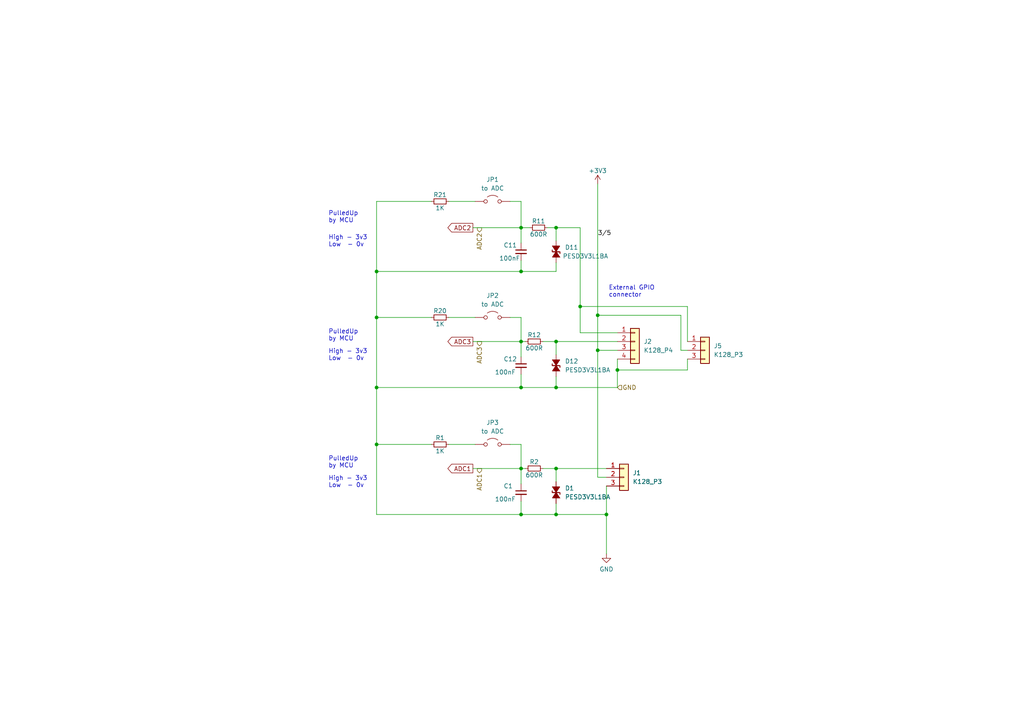
<source format=kicad_sch>
(kicad_sch (version 20231120) (generator "eeschema") (generator_version "8.0")
  (paper "A4")
  (title_block (date "2023-10-01") (rev "12"))
  (lib_symbols
    (symbol "C_Small_1" (pin_numbers hide) (pin_names (offset 0.254) hide)
      (property "Reference" "C11" (at -5.08 1.905 0))
      (property "Value" "100nF" (at -6.35 -1.905 0))
      (symbol "C_Small_1_0_1"
        (polyline (pts (xy -1.524 -0.508) (xy 1.524 -0.508)) (stroke (width 0.3302)))
        (polyline (pts (xy -1.524 0.508) (xy 1.524 0.508)) (stroke (width 0.3048)))
      )
      (symbol "C_Small_1_1_1"
        (pin passive line (at 0 2.54 270) (length 2.032) (name "~") (number "1"))
        (pin passive line (at 0 -2.54 90) (length 2.032) (name "~") (number "2"))
      )
    )
    (symbol "Connector_Generic:Conn_01x03" (pin_names (offset 1.016) hide)
      (property "Reference" "J" (at 0 5.08 0))
      (property "Value" "Conn_01x03" (at 0 -5.08 0))
      (symbol "Conn_01x03_1_1"
        (rectangle (start -1.27 -2.413) (end 0 -2.667) (stroke (width 0.1524)))
        (rectangle (start -1.27 0.127) (end 0 -0.127) (stroke (width 0.1524)))
        (rectangle (start -1.27 2.667) (end 0 2.413) (stroke (width 0.1524)))
        (rectangle (start -1.27 3.81) (end 1.27 -3.81) (stroke (width 0.254)) (fill (type background)))
        (pin passive line (at -5.08 2.54 0) (length 3.81) (name "Pin_1") (number "1"))
        (pin passive line (at -5.08 0 0) (length 3.81) (name "Pin_2") (number "2"))
        (pin passive line (at -5.08 -2.54 0) (length 3.81) (name "Pin_3") (number "3"))
      )
    )
    (symbol "Connector_Generic:Conn_01x04" (pin_names (offset 1.016) hide)
      (property "Reference" "J" (at 0 5.08 0))
      (property "Value" "Conn_01x04" (at 0 -7.62 0))
      (symbol "Conn_01x04_1_1"
        (rectangle (start -1.27 -4.953) (end 0 -5.207) (stroke (width 0.1524)))
        (rectangle (start -1.27 -2.413) (end 0 -2.667) (stroke (width 0.1524)))
        (rectangle (start -1.27 0.127) (end 0 -0.127) (stroke (width 0.1524)))
        (rectangle (start -1.27 2.667) (end 0 2.413) (stroke (width 0.1524)))
        (rectangle (start -1.27 3.81) (end 1.27 -6.35) (stroke (width 0.254)) (fill (type background)))
        (pin passive line (at -5.08 2.54 0) (length 3.81) (name "Pin_1") (number "1"))
        (pin passive line (at -5.08 0 0) (length 3.81) (name "Pin_2") (number "2"))
        (pin passive line (at -5.08 -2.54 0) (length 3.81) (name "Pin_3") (number "3"))
        (pin passive line (at -5.08 -5.08 0) (length 3.81) (name "Pin_4") (number "4"))
      )
    )
    (symbol "Device:C_Small" (pin_numbers hide) (pin_names (offset 0.254) hide)
      (property "Reference" "C" (at 0.254 1.778 0))
      (property "Value" "C_Small" (at 0.254 -2.032 0))
      (symbol "C_Small_0_1"
        (polyline (pts (xy -1.524 -0.508) (xy 1.524 -0.508)) (stroke (width 0.3302)))
        (polyline (pts (xy -1.524 0.508) (xy 1.524 0.508)) (stroke (width 0.3048)))
      )
      (symbol "C_Small_1_1"
        (pin passive line (at 0 2.54 270) (length 2.032) (name "~") (number "1"))
        (pin passive line (at 0 -2.54 90) (length 2.032) (name "~") (number "2"))
      )
    )
    (symbol "Device:R_Small" (pin_numbers hide) (pin_names (offset 0.254) hide)
      (property "Reference" "R" (at 0.762 0.508 0))
      (property "Value" "R_Small" (at 0.762 -1.016 0))
      (symbol "R_Small_0_1"
        (rectangle (start -0.762 1.778) (end 0.762 -1.778) (stroke (width 0.2032)))
      )
      (symbol "R_Small_1_1"
        (pin passive line (at 0 2.54 270) (length 0.762) (name "~") (number "1"))
        (pin passive line (at 0 -2.54 90) (length 0.762) (name "~") (number "2"))
      )
    )
    (symbol "Jumper:Jumper_2_Open" (pin_numbers hide) (pin_names (offset 0) hide) (exclude_from_sim yes)
      (property "Reference" "JP" (at 0 2.794 0))
      (property "Value" "Jumper_2_Open" (at 0 -2.286 0))
      (symbol "Jumper_2_Open_0_0"
        (circle (center -2.032 0) (radius 0.508))
        (circle (center 2.032 0) (radius 0.508))
      )
      (symbol "Jumper_2_Open_0_1"
        (arc (start 1.524 1.27) (mid 0 1.778) (end -1.524 1.27))
      )
      (symbol "Jumper_2_Open_1_1"
        (pin passive line (at -5.08 0 0) (length 2.54) (name "A") (number "1"))
        (pin passive line (at 5.08 0 180) (length 2.54) (name "B") (number "2"))
      )
    )
    (symbol "Power_Protection_Local:PESD3V3L1BA" (pin_numbers hide) (pin_names (offset 0.254) hide)
      (property "Reference" "D" (at -0.7112 2.6416 0))
      (property "Value" "PESD3V3L1BA" (at -0.635 -2.286 0))
      (symbol "PESD3V3L1BA_0_1"
        (polyline (pts (xy -0.506 -1.1163) (xy 0.002 -1.1163) (xy 0.002 0.9157)) (stroke (width 0.254)))
        (polyline (pts (xy 0.508 1.1176) (xy 0 1.1176) (xy 0 -0.9144)) (stroke (width 0.254)))
        (polyline (pts (xy -1.651 -1.016) (xy -0.127 0) (xy -1.651 1.016) (xy -1.651 -1.016)) (stroke (width 0.254)) (fill (type outline)))
        (polyline (pts (xy 1.524 1.016) (xy 0 0) (xy 1.524 -1.016) (xy 1.524 1.016)) (stroke (width 0.254)) (fill (type outline)))
      )
      (symbol "PESD3V3L1BA_1_1"
        (pin passive line (at -3.175 0 0) (length 1.778) (name "K") (number "1"))
        (pin passive line (at 3.175 0 180) (length 1.778) (name "A") (number "2"))
      )
    )
    (symbol "power:+5V" (power) (pin_names (offset 0))
      (property "Value" "+5V" (at 0 3.556 0))
      (symbol "+5V_0_1"
        (polyline (pts (xy -0.762 1.27) (xy 0 2.54)))
        (polyline (pts (xy 0 0) (xy 0 2.54)))
        (polyline (pts (xy 0 2.54) (xy 0.762 1.27)))
      )
      (symbol "+5V_1_1"
        (pin power_in line (at 0 0 90) (length 0) hide (name "+5V") (number "1"))
      )
    )
    (symbol "power:GND" (power) (pin_names (offset 0))
      (property "Value" "GND" (at 0 -3.81 0))
      (symbol "GND_0_1"
        (polyline (pts (xy 0 0) (xy 0 -1.27) (xy 1.27 -1.27) (xy 0 -2.54) (xy -1.27 -1.27) (xy 0 -1.27)))
      )
      (symbol "GND_1_1"
        (pin power_in line (at 0 0 270) (length 0) hide (name "GND") (number "1"))
      )
    )
  )
  (junction (at 151.13 149.225))
  (junction (at 151.13 66.04))
  (junction (at 151.13 99.06))
  (junction (at 151.13 78.74))
  (junction (at 168.275 88.9))
  (junction (at 173.355 101.6))
  (junction (at 161.29 66.04))
  (junction (at 161.29 135.89))
  (junction (at 161.29 112.395))
  (junction (at 109.22 112.395))
  (junction (at 179.07 107.315))
  (junction (at 109.22 92.075))
  (junction (at 109.22 128.905))
  (junction (at 151.13 112.395))
  (junction (at 109.22 78.74))
  (junction (at 151.13 135.89))
  (junction (at 161.29 149.225))
  (junction (at 175.895 149.225))
  (junction (at 161.29 99.06))
  (junction (at 173.355 91.44))
  (wire (pts (xy 161.29 135.89) (xy 175.895 135.89)))
  (wire (pts (xy 173.355 91.44) (xy 197.485 91.44)))
  (wire (pts (xy 137.16 66.04) (xy 151.13 66.04)))
  (wire (pts (xy 151.13 149.225) (xy 161.29 149.225)))
  (wire (pts (xy 109.22 128.905) (xy 109.22 149.225)))
  (wire (pts (xy 130.175 58.42) (xy 137.795 58.42)))
  (wire (pts (xy 151.13 108.585) (xy 151.13 112.395)))
  (wire (pts (xy 161.29 149.225) (xy 161.29 146.05)))
  (wire (pts (xy 151.13 135.89) (xy 151.13 128.905)))
  (wire (pts (xy 151.13 66.04) (xy 151.13 58.42)))
  (wire (pts (xy 137.16 99.06) (xy 151.13 99.06)))
  (wire (pts (xy 109.22 92.075) (xy 125.095 92.075)))
  (wire (pts (xy 151.13 99.06) (xy 151.13 92.075)))
  (wire (pts (xy 109.22 58.42) (xy 109.22 78.74)))
  (wire (pts (xy 109.22 78.74) (xy 109.22 92.075)))
  (wire (pts (xy 161.29 66.04) (xy 168.275 66.04)))
  (wire (pts (xy 130.175 92.075) (xy 137.795 92.075)))
  (wire (pts (xy 179.07 107.315) (xy 199.39 107.315)))
  (wire (pts (xy 151.13 75.565) (xy 151.13 78.74)))
  (wire (pts (xy 109.22 128.905) (xy 125.095 128.905)))
  (wire (pts (xy 197.485 91.44) (xy 197.485 101.6)))
  (wire (pts (xy 173.355 91.44) (xy 173.355 101.6)))
  (wire (pts (xy 199.39 88.9) (xy 199.39 99.06)))
  (wire (pts (xy 157.48 135.89) (xy 161.29 135.89)))
  (wire (pts (xy 137.16 135.89) (xy 151.13 135.89)))
  (wire (pts (xy 151.13 128.905) (xy 147.955 128.905)))
  (wire (pts (xy 151.13 66.04) (xy 151.13 70.485)))
  (wire (pts (xy 151.13 99.06) (xy 151.13 103.505)))
  (wire (pts (xy 173.355 101.6) (xy 179.07 101.6)))
  (wire (pts (xy 130.175 128.905) (xy 137.795 128.905)))
  (wire (pts (xy 161.29 112.395) (xy 161.29 109.22)))
  (wire (pts (xy 151.13 92.075) (xy 147.955 92.075)))
  (wire (pts (xy 109.22 92.075) (xy 109.22 112.395)))
  (wire (pts (xy 168.275 88.9) (xy 168.275 96.52)))
  (wire (pts (xy 109.22 58.42) (xy 125.095 58.42)))
  (wire (pts (xy 109.22 112.395) (xy 151.13 112.395)))
  (wire (pts (xy 161.29 66.04) (xy 161.29 69.85)))
  (wire (pts (xy 109.22 149.225) (xy 151.13 149.225)))
  (wire (pts (xy 109.22 112.395) (xy 109.22 128.905)))
  (wire (pts (xy 161.29 99.06) (xy 161.29 102.87)))
  (wire (pts (xy 179.07 107.315) (xy 179.07 112.395)))
  (wire (pts (xy 151.13 99.06) (xy 152.4 99.06)))
  (wire (pts (xy 168.275 96.52) (xy 179.07 96.52)))
  (wire (pts (xy 161.29 78.74) (xy 161.29 76.2)))
  (wire (pts (xy 175.895 138.43) (xy 173.355 138.43)))
  (wire (pts (xy 161.29 135.89) (xy 161.29 139.7)))
  (wire (pts (xy 161.29 112.395) (xy 179.07 112.395)))
  (wire (pts (xy 151.13 112.395) (xy 161.29 112.395)))
  (wire (pts (xy 151.13 78.74) (xy 161.29 78.74)))
  (wire (pts (xy 109.22 78.74) (xy 151.13 78.74)))
  (wire (pts (xy 173.355 101.6) (xy 173.355 138.43)))
  (wire (pts (xy 199.39 107.315) (xy 199.39 104.14)))
  (wire (pts (xy 179.07 107.315) (xy 179.07 104.14)))
  (wire (pts (xy 151.13 66.04) (xy 153.67 66.04)))
  (wire (pts (xy 151.13 145.415) (xy 151.13 149.225)))
  (wire (pts (xy 151.13 135.89) (xy 151.13 140.335)))
  (wire (pts (xy 161.29 99.06) (xy 179.07 99.06)))
  (wire (pts (xy 158.75 66.04) (xy 161.29 66.04)))
  (wire (pts (xy 168.275 88.9) (xy 199.39 88.9)))
  (wire (pts (xy 151.13 58.42) (xy 147.955 58.42)))
  (wire (pts (xy 197.485 101.6) (xy 199.39 101.6)))
  (wire (pts (xy 151.13 135.89) (xy 152.4 135.89)))
  (wire (pts (xy 161.29 149.225) (xy 175.895 149.225)))
  (wire (pts (xy 175.895 149.225) (xy 175.895 160.655)))
  (wire (pts (xy 157.48 99.06) (xy 161.29 99.06)))
  (wire (pts (xy 168.275 66.04) (xy 168.275 88.9)))
  (wire (pts (xy 173.355 53.34) (xy 173.355 91.44)))
  (wire (pts (xy 175.895 140.97) (xy 175.895 149.225)))
  (text "External GPIO\nconnector" (at 176.53 86.36 0) (effects (font (size 1.27 1.27)) (justify left bottom)))
  (text "PulledUp\nby MCU" (at 95.25 135.89 0) (effects (font (size 1.27 1.27)) (justify left bottom)))
  (text "High - 3v3\nLow  - 0v" (at 95.25 104.775 0) (effects (font (size 1.27 1.27)) (justify left bottom)))
  (text "High - 3v3\nLow  - 0v" (at 95.25 71.755 0) (effects (font (size 1.27 1.27)) (justify left bottom)))
  (text "PulledUp\nby MCU" (at 95.25 99.06 0) (effects (font (size 1.27 1.27)) (justify left bottom)))
  (text "High - 3v3\nLow  - 0v" (at 95.25 141.605 0) (effects (font (size 1.27 1.27)) (justify left bottom)))
  (text "PulledUp\nby MCU" (at 95.25 64.77 0) (effects (font (size 1.27 1.27)) (justify left bottom)))
  (label "3{slash}5" (at 173.355 68.58 0))
  (global_label "ADC1" (shape output) (at 137.16 135.89 180) (property "Intersheetrefs" "${INTERSHEET_REFS}" (effects (hide yes))))
  (global_label "ADC3" (shape output) (at 137.16 99.06 180) (property "Intersheetrefs" "${INTERSHEET_REFS}" (effects (hide yes))))
  (global_label "ADC2" (shape output) (at 137.16 66.04 180) (property "Intersheetrefs" "${INTERSHEET_REFS}" (effects (hide yes))))
  (hierarchical_label "ADC1" (shape output) (at 139.065 135.89 270))
  (hierarchical_label "GND" (shape input) (at 179.07 112.395 0))
  (hierarchical_label "ADC3" (shape output) (at 139.065 99.06 270))
  (hierarchical_label "ADC2" (shape output) (at 139.065 66.04 270))
  (symbol (lib_id "Device:C_Small") (at 151.13 142.875 0) (unit 1)
    (property "Reference" "C1" (at 146.05 140.97 0) (effects (justify left)))
    (property "Value" "100nF" (at 143.51 144.78 0) (effects (justify left)))
    (property "Footprint" "Capacitor_SMD:C_0805_2012Metric" (effects (hide yes)))
    (property "comments" "6v" (effects (hide yes)))
  )
  (symbol (lib_id "Power_Protection_Local:PESD3V3L1BA") (at 161.29 142.875 270) (unit 1)
    (property "Reference" "D1" (at 163.83 141.605 90) (effects (justify left)))
    (property "Value" "PESD3V3L1BA" (at 163.83 144.145 90) (effects (justify left)))
    (property "Footprint" "Diode_SMD:D_SOD-323_HandSoldering" (effects (hide yes)))
    (property "Datasheet" "https://static.chipdip.ru/lib/297/DOC021297007.pdf" (effects (hide yes)))
  )
  (symbol (lib_id "Jumper:Jumper_2_Open") (at 142.875 128.905 0) (unit 1) (exclude_from_sim yes)
    (property "Reference" "JP3" (at 142.875 122.555 0))
    (property "Value" "to ADC" (at 142.875 125.095 0))
    (property "Footprint" "Jumper:SolderJumper-2_P1.3mm_Open_TrianglePad1.0x1.5mm" (effects (hide yes)))
    (property "Description" "Jumper, 2-pole, open" (effects (hide yes)))
  )
  (symbol (lib_id "Power_Protection_Local:PESD3V3L1BA") (at 161.29 106.045 270) (unit 1)
    (property "Reference" "D12" (at 163.83 104.775 90) (effects (justify left)))
    (property "Value" "PESD3V3L1BA" (at 163.83 107.315 90) (effects (justify left)))
    (property "Footprint" "Diode_SMD:D_SOD-323_HandSoldering" (effects (hide yes)))
    (property "Datasheet" "https://static.chipdip.ru/lib/297/DOC021297007.pdf" (effects (hide yes)))
  )
  (symbol (lib_name "C_Small_1") (lib_id "Device:C_Small") (at 151.13 73.025 0) (unit 1)
    (property "Reference" "C11" (at 146.05 71.12 0) (effects (justify left)))
    (property "Value" "100nF" (at 144.78 74.93 0) (effects (justify left)))
    (property "Footprint" "Capacitor_SMD:C_0805_2012Metric" (effects (hide yes)))
    (property "comments" "6v" (effects (hide yes)))
  )
  (symbol (lib_id "Device:C_Small") (at 151.13 106.045 0) (unit 1)
    (property "Reference" "C12" (at 146.05 104.14 0) (effects (justify left)))
    (property "Value" "100nF" (at 143.51 107.95 0) (effects (justify left)))
    (property "Footprint" "Capacitor_SMD:C_0805_2012Metric" (effects (hide yes)))
    (property "comments" "6v" (effects (hide yes)))
  )
  (symbol (lib_id "Connector_Generic:Conn_01x03") (at 204.47 101.6 0) (unit 1)
    (property "Reference" "J5" (at 207.01 100.3299 0) (effects (justify left)))
    (property "Value" "K128_P3" (at 207.01 102.8699 0) (effects (justify left)))
    (property "Footprint" "Connector_PinHeader_2.54mm:PinHeader_1x03_P2.54mm_Vertical" (effects (hide yes)))
    (property "Description" "Generic connector, single row, 01x03, script generated (kicad-library-utils/schlib/autogen/connector/)" (effects (hide yes)))
    (property "comments" "KF128; Srew connector" (effects (hide yes)))
  )
  (symbol (lib_id "Device:R_Small") (at 154.94 135.89 270) (unit 1)
    (property "Reference" "R2" (at 154.94 133.985 90))
    (property "Value" "600R" (at 154.94 137.795 90))
    (property "Footprint" "Resistor_SMD:R_0603_1608Metric_Pad0.98x0.95mm_HandSolder" (effects (hide yes)))
  )
  (symbol (lib_id "Device:R_Small") (at 127.635 92.075 270) (mirror x) (unit 1)
    (property "Reference" "R20" (at 127.635 90.17 90))
    (property "Value" "1K" (at 127.635 93.98 90))
    (property "Footprint" "Resistor_SMD:R_0603_1608Metric_Pad0.98x0.95mm_HandSolder" (effects (hide yes)))
  )
  (symbol (lib_id "Jumper:Jumper_2_Open") (at 142.875 58.42 0) (unit 1) (exclude_from_sim yes)
    (property "Reference" "JP1" (at 142.875 52.07 0))
    (property "Value" "to ADC" (at 142.875 54.61 0))
    (property "Footprint" "Jumper:SolderJumper-2_P1.3mm_Open_TrianglePad1.0x1.5mm" (effects (hide yes)))
    (property "Description" "Jumper, 2-pole, open" (effects (hide yes)))
  )
  (symbol (lib_id "Jumper:Jumper_2_Open") (at 142.875 92.075 0) (unit 1) (exclude_from_sim yes)
    (property "Reference" "JP2" (at 142.875 85.725 0))
    (property "Value" "to ADC" (at 142.875 88.265 0))
    (property "Footprint" "Jumper:SolderJumper-2_P1.3mm_Open_TrianglePad1.0x1.5mm" (effects (hide yes)))
    (property "Description" "Jumper, 2-pole, open" (effects (hide yes)))
  )
  (symbol (lib_id "Device:R_Small") (at 154.94 99.06 270) (unit 1)
    (property "Reference" "R12" (at 154.94 97.155 90))
    (property "Value" "600R" (at 154.94 100.965 90))
    (property "Footprint" "Resistor_SMD:R_0603_1608Metric_Pad0.98x0.95mm_HandSolder" (effects (hide yes)))
  )
  (symbol (lib_id "Connector_Generic:Conn_01x04") (at 184.15 99.06 0) (unit 1)
    (property "Reference" "J2" (at 186.69 99.0599 0) (effects (justify left)))
    (property "Value" "K128_P4" (at 186.69 101.5999 0) (effects (justify left)))
    (property "Footprint" "Connector_Phoenix_MPT:Phoenix Contact_MPT-0,5_4_2,54_P4" (effects (hide yes)))
    (property "Description" "Generic connector, single row, 01x04, script generated (kicad-library-utils/schlib/autogen/connector/)" (effects (hide yes)))
    (property "comments" "KF128; Srew connector" (effects (hide yes)))
  )
  (symbol (lib_id "Device:R_Small") (at 127.635 128.905 270) (mirror x) (unit 1)
    (property "Reference" "R1" (at 127.635 127 90))
    (property "Value" "1K" (at 127.635 130.81 90))
    (property "Footprint" "Resistor_SMD:R_0603_1608Metric_Pad0.98x0.95mm_HandSolder" (effects (hide yes)))
  )
  (symbol (lib_id "Device:R_Small") (at 127.635 58.42 90) (mirror x) (unit 1)
    (property "Reference" "R21" (at 127.635 56.515 90))
    (property "Value" "1K" (at 127.635 60.325 90))
    (property "Footprint" "Resistor_SMD:R_0603_1608Metric_Pad0.98x0.95mm_HandSolder" (effects (hide yes)))
  )
  (symbol (lib_id "Connector_Generic:Conn_01x03") (at 180.975 138.43 0) (unit 1)
    (property "Reference" "J1" (at 183.515 137.1599 0) (effects (justify left)))
    (property "Value" "K128_P3" (at 183.515 139.6999 0) (effects (justify left)))
    (property "Footprint" "Connector_PinHeader_2.54mm:PinHeader_1x03_P2.54mm_Vertical" (effects (hide yes)))
    (property "Description" "Generic connector, single row, 01x03, script generated (kicad-library-utils/schlib/autogen/connector/)" (effects (hide yes)))
    (property "comments" "KF128; Srew connector" (effects (hide yes)))
  )
  (symbol (lib_id "Power_Protection_Local:PESD3V3L1BA") (at 161.29 73.025 270) (unit 1)
    (property "Reference" "D11" (at 163.83 71.755 90) (effects (justify left)))
    (property "Value" "PESD3V3L1BA" (at 163.195 74.295 90) (effects (justify left)))
    (property "Footprint" "Diode_SMD:D_SOD-323_HandSoldering" (effects (hide yes)))
    (property "Datasheet" "https://static.chipdip.ru/lib/297/DOC021297007.pdf" (effects (hide yes)))
  )
  (symbol (lib_id "power:+5V") (at 173.355 53.34 0) (unit 1)
    (property "Reference" "#PWR09" (effects (hide yes)))
    (property "Value" "+3V3" (at 173.355 49.53 0))
  )
  (symbol (lib_id "power:GND") (at 175.895 160.655 0) (unit 1)
    (property "Reference" "#PWR08" (effects (hide yes)))
    (property "Value" "GND" (at 175.895 165.1 0))
  )
  (symbol (lib_id "Device:R_Small") (at 156.21 66.04 270) (unit 1)
    (property "Reference" "R11" (at 156.21 64.135 90))
    (property "Value" "600R" (at 156.21 67.945 90))
    (property "Footprint" "Resistor_SMD:R_0603_1608Metric_Pad0.98x0.95mm_HandSolder" (effects (hide yes)))
  )
)
</source>
